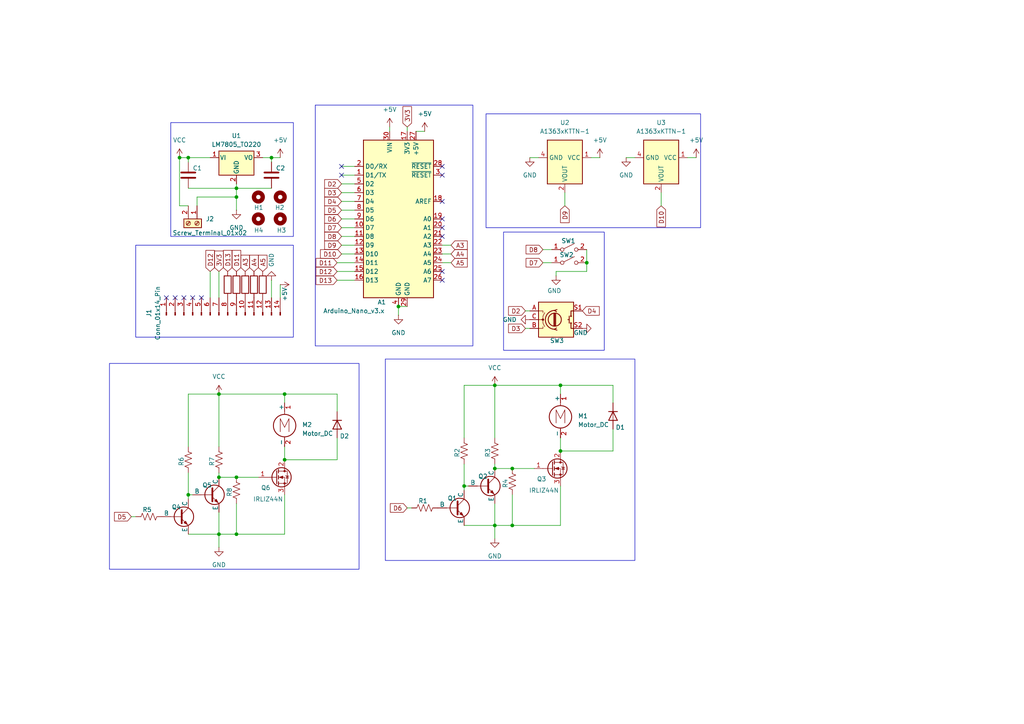
<source format=kicad_sch>
(kicad_sch (version 20231120) (generator "eeschema") (generator_version "8.0")
  (paper "A4")
  (lib_symbols
    (symbol "Connector:Conn_01x14_Pin" (pin_names (offset 1.016) hide)
      (property "Reference" "J" (at 0 17.78 0))
      (property "Value" "Conn_01x14_Pin" (at 0 -20.32 0))
      (symbol "Conn_01x14_Pin_1_1"
        (polyline (pts (xy 1.27 -17.78) (xy 0.8636 -17.78)) (stroke (width 0.1524)))
        (polyline (pts (xy 1.27 -15.24) (xy 0.8636 -15.24)) (stroke (width 0.1524)))
        (polyline (pts (xy 1.27 -12.7) (xy 0.8636 -12.7)) (stroke (width 0.1524)))
        (polyline (pts (xy 1.27 -10.16) (xy 0.8636 -10.16)) (stroke (width 0.1524)))
        (polyline (pts (xy 1.27 -7.62) (xy 0.8636 -7.62)) (stroke (width 0.1524)))
        (polyline (pts (xy 1.27 -5.08) (xy 0.8636 -5.08)) (stroke (width 0.1524)))
        (polyline (pts (xy 1.27 -2.54) (xy 0.8636 -2.54)) (stroke (width 0.1524)))
        (polyline (pts (xy 1.27 0) (xy 0.8636 0)) (stroke (width 0.1524)))
        (polyline (pts (xy 1.27 2.54) (xy 0.8636 2.54)) (stroke (width 0.1524)))
        (polyline (pts (xy 1.27 5.08) (xy 0.8636 5.08)) (stroke (width 0.1524)))
        (polyline (pts (xy 1.27 7.62) (xy 0.8636 7.62)) (stroke (width 0.1524)))
        (polyline (pts (xy 1.27 10.16) (xy 0.8636 10.16)) (stroke (width 0.1524)))
        (polyline (pts (xy 1.27 12.7) (xy 0.8636 12.7)) (stroke (width 0.1524)))
        (polyline (pts (xy 1.27 15.24) (xy 0.8636 15.24)) (stroke (width 0.1524)))
        (rectangle (start 0.8636 -17.653) (end 0 -17.907) (stroke (width 0.1524)) (fill (type outline)))
        (rectangle (start 0.8636 -15.113) (end 0 -15.367) (stroke (width 0.1524)) (fill (type outline)))
        (rectangle (start 0.8636 -12.573) (end 0 -12.827) (stroke (width 0.1524)) (fill (type outline)))
        (rectangle (start 0.8636 -10.033) (end 0 -10.287) (stroke (width 0.1524)) (fill (type outline)))
        (rectangle (start 0.8636 -7.493) (end 0 -7.747) (stroke (width 0.1524)) (fill (type outline)))
        (rectangle (start 0.8636 -4.953) (end 0 -5.207) (stroke (width 0.1524)) (fill (type outline)))
        (rectangle (start 0.8636 -2.413) (end 0 -2.667) (stroke (width 0.1524)) (fill (type outline)))
        (rectangle (start 0.8636 0.127) (end 0 -0.127) (stroke (width 0.1524)) (fill (type outline)))
        (rectangle (start 0.8636 2.667) (end 0 2.413) (stroke (width 0.1524)) (fill (type outline)))
        (rectangle (start 0.8636 5.207) (end 0 4.953) (stroke (width 0.1524)) (fill (type outline)))
        (rectangle (start 0.8636 7.747) (end 0 7.493) (stroke (width 0.1524)) (fill (type outline)))
        (rectangle (start 0.8636 10.287) (end 0 10.033) (stroke (width 0.1524)) (fill (type outline)))
        (rectangle (start 0.8636 12.827) (end 0 12.573) (stroke (width 0.1524)) (fill (type outline)))
        (rectangle (start 0.8636 15.367) (end 0 15.113) (stroke (width 0.1524)) (fill (type outline)))
        (pin passive line (at 5.08 15.24 180) (length 3.81) (name "Pin_1") (number "1"))
        (pin passive line (at 5.08 -7.62 180) (length 3.81) (name "Pin_10") (number "10"))
        (pin passive line (at 5.08 -10.16 180) (length 3.81) (name "Pin_11") (number "11"))
        (pin passive line (at 5.08 -12.7 180) (length 3.81) (name "Pin_12") (number "12"))
        (pin passive line (at 5.08 -15.24 180) (length 3.81) (name "Pin_13") (number "13"))
        (pin passive line (at 5.08 -17.78 180) (length 3.81) (name "Pin_14") (number "14"))
        (pin passive line (at 5.08 12.7 180) (length 3.81) (name "Pin_2") (number "2"))
        (pin passive line (at 5.08 10.16 180) (length 3.81) (name "Pin_3") (number "3"))
        (pin passive line (at 5.08 7.62 180) (length 3.81) (name "Pin_4") (number "4"))
        (pin passive line (at 5.08 5.08 180) (length 3.81) (name "Pin_5") (number "5"))
        (pin passive line (at 5.08 2.54 180) (length 3.81) (name "Pin_6") (number "6"))
        (pin passive line (at 5.08 0 180) (length 3.81) (name "Pin_7") (number "7"))
        (pin passive line (at 5.08 -2.54 180) (length 3.81) (name "Pin_8") (number "8"))
        (pin passive line (at 5.08 -5.08 180) (length 3.81) (name "Pin_9") (number "9"))
      )
    )
    (symbol "Connector:Screw_Terminal_01x02" (pin_names (offset 1.016) hide)
      (property "Reference" "J" (at 0 2.54 0))
      (property "Value" "Screw_Terminal_01x02" (at 0 -5.08 0))
      (symbol "Screw_Terminal_01x02_1_1"
        (rectangle (start -1.27 1.27) (end 1.27 -3.81) (stroke (width 0.254)) (fill (type background)))
        (circle (center 0 -2.54) (radius 0.635) (stroke (width 0.1524)))
        (polyline (pts (xy -0.5334 -2.2098) (xy 0.3302 -3.048)) (stroke (width 0.1524)))
        (polyline (pts (xy -0.5334 0.3302) (xy 0.3302 -0.508)) (stroke (width 0.1524)))
        (polyline (pts (xy -0.3556 -2.032) (xy 0.508 -2.8702)) (stroke (width 0.1524)))
        (polyline (pts (xy -0.3556 0.508) (xy 0.508 -0.3302)) (stroke (width 0.1524)))
        (circle (center 0 0) (radius 0.635) (stroke (width 0.1524)))
        (pin passive line (at -5.08 0 0) (length 3.81) (name "Pin_1") (number "1"))
        (pin passive line (at -5.08 -2.54 0) (length 3.81) (name "Pin_2") (number "2"))
      )
    )
    (symbol "Device:C" (pin_numbers hide) (pin_names (offset 0.254))
      (property "Reference" "C" (at 0.635 2.54 0))
      (property "Value" "C" (at 0.635 -2.54 0))
      (symbol "C_0_1"
        (polyline (pts (xy -2.032 -0.762) (xy 2.032 -0.762)) (stroke (width 0.508)))
        (polyline (pts (xy -2.032 0.762) (xy 2.032 0.762)) (stroke (width 0.508)))
      )
      (symbol "C_1_1"
        (pin passive line (at 0 3.81 270) (length 2.794) (name "~") (number "1"))
        (pin passive line (at 0 -3.81 90) (length 2.794) (name "~") (number "2"))
      )
    )
    (symbol "Device:D" (pin_numbers hide) (pin_names (offset 1.016) hide)
      (property "Reference" "D" (at 0 2.54 0))
      (property "Value" "D" (at 0 -2.54 0))
      (symbol "D_0_1"
        (polyline (pts (xy -1.27 1.27) (xy -1.27 -1.27)) (stroke (width 0.254)))
        (polyline (pts (xy 1.27 0) (xy -1.27 0)))
        (polyline (pts (xy 1.27 1.27) (xy 1.27 -1.27) (xy -1.27 0) (xy 1.27 1.27)) (stroke (width 0.254)))
      )
      (symbol "D_1_1"
        (pin passive line (at -3.81 0 0) (length 2.54) (name "K") (number "1"))
        (pin passive line (at 3.81 0 180) (length 2.54) (name "A") (number "2"))
      )
    )
    (symbol "Device:R" (pin_numbers hide) (pin_names (offset 0))
      (property "Reference" "R" (at 2.032 0 90))
      (property "Value" "R" (at 0 0 90))
      (symbol "R_0_1"
        (rectangle (start -1.016 -2.54) (end 1.016 2.54) (stroke (width 0.254)))
      )
      (symbol "R_1_1"
        (pin passive line (at 0 3.81 270) (length 1.27) (name "~") (number "1"))
        (pin passive line (at 0 -3.81 90) (length 1.27) (name "~") (number "2"))
      )
    )
    (symbol "Device:R_US" (pin_numbers hide) (pin_names (offset 0))
      (property "Reference" "R" (at 2.54 0 90))
      (property "Value" "R_US" (at -2.54 0 90))
      (symbol "R_US_0_1"
        (polyline (pts (xy 0 -2.286) (xy 0 -2.54)))
        (polyline (pts (xy 0 2.286) (xy 0 2.54)))
        (polyline (pts (xy 0 -0.762) (xy 1.016 -1.143) (xy 0 -1.524) (xy -1.016 -1.905) (xy 0 -2.286)))
        (polyline (pts (xy 0 0.762) (xy 1.016 0.381) (xy 0 0) (xy -1.016 -0.381) (xy 0 -0.762)))
        (polyline (pts (xy 0 2.286) (xy 1.016 1.905) (xy 0 1.524) (xy -1.016 1.143) (xy 0 0.762)))
      )
      (symbol "R_US_1_1"
        (pin passive line (at 0 3.81 270) (length 1.27) (name "~") (number "1"))
        (pin passive line (at 0 -3.81 90) (length 1.27) (name "~") (number "2"))
      )
    )
    (symbol "Device:RotaryEncoder_Switch" (pin_names (offset 0.254) hide)
      (property "Reference" "SW" (at 0 6.604 0))
      (property "Value" "RotaryEncoder_Switch" (at 0 -6.604 0))
      (symbol "RotaryEncoder_Switch_0_1"
        (rectangle (start -5.08 5.08) (end 5.08 -5.08) (stroke (width 0.254)) (fill (type background)))
        (circle (center -3.81 0) (radius 0.254) (fill (type outline)))
        (circle (center -0.381 0) (radius 1.905) (stroke (width 0.254)))
        (arc (start -0.381 2.667) (mid -3.0988 -0.0635) (end -0.381 -2.794) (stroke (width 0.254)))
        (polyline (pts (xy -0.635 -1.778) (xy -0.635 1.778)) (stroke (width 0.254)))
        (polyline (pts (xy -0.381 -1.778) (xy -0.381 1.778)) (stroke (width 0.254)))
        (polyline (pts (xy -0.127 1.778) (xy -0.127 -1.778)) (stroke (width 0.254)))
        (polyline (pts (xy 3.81 0) (xy 3.429 0)) (stroke (width 0.254)))
        (polyline (pts (xy 3.81 1.016) (xy 3.81 -1.016)) (stroke (width 0.254)))
        (polyline (pts (xy -5.08 -2.54) (xy -3.81 -2.54) (xy -3.81 -2.032)))
        (polyline (pts (xy -5.08 2.54) (xy -3.81 2.54) (xy -3.81 2.032)))
        (polyline (pts (xy 0.254 -3.048) (xy -0.508 -2.794) (xy 0.127 -2.413)) (stroke (width 0.254)))
        (polyline (pts (xy 0.254 2.921) (xy -0.508 2.667) (xy 0.127 2.286)) (stroke (width 0.254)))
        (polyline (pts (xy 5.08 -2.54) (xy 4.318 -2.54) (xy 4.318 -1.016)) (stroke (width 0.254)))
        (polyline (pts (xy 5.08 2.54) (xy 4.318 2.54) (xy 4.318 1.016)) (stroke (width 0.254)))
        (polyline (pts (xy -5.08 0) (xy -3.81 0) (xy -3.81 -1.016) (xy -3.302 -2.032)))
        (polyline (pts (xy -4.318 0) (xy -3.81 0) (xy -3.81 1.016) (xy -3.302 2.032)))
        (circle (center 4.318 -1.016) (radius 0.127) (stroke (width 0.254)))
        (circle (center 4.318 1.016) (radius 0.127) (stroke (width 0.254)))
      )
      (symbol "RotaryEncoder_Switch_1_1"
        (pin passive line (at -7.62 2.54 0) (length 2.54) (name "A") (number "A"))
        (pin passive line (at -7.62 -2.54 0) (length 2.54) (name "B") (number "B"))
        (pin passive line (at -7.62 0 0) (length 2.54) (name "C") (number "C"))
        (pin passive line (at 7.62 2.54 180) (length 2.54) (name "S1") (number "S1"))
        (pin passive line (at 7.62 -2.54 180) (length 2.54) (name "S2") (number "S2"))
      )
    )
    (symbol "MCU_Module:Arduino_Nano_v3.x"
      (property "Reference" "A" (at -10.16 23.495 0))
      (property "Value" "Arduino_Nano_v3.x" (at 5.08 -24.13 0))
      (symbol "Arduino_Nano_v3.x_0_1"
        (rectangle (start -10.16 22.86) (end 10.16 -22.86) (stroke (width 0.254)) (fill (type background)))
      )
      (symbol "Arduino_Nano_v3.x_1_1"
        (pin bidirectional line (at -12.7 12.7 0) (length 2.54) (name "D1/TX") (number "1"))
        (pin bidirectional line (at -12.7 -2.54 0) (length 2.54) (name "D7") (number "10"))
        (pin bidirectional line (at -12.7 -5.08 0) (length 2.54) (name "D8") (number "11"))
        (pin bidirectional line (at -12.7 -7.62 0) (length 2.54) (name "D9") (number "12"))
        (pin bidirectional line (at -12.7 -10.16 0) (length 2.54) (name "D10") (number "13"))
        (pin bidirectional line (at -12.7 -12.7 0) (length 2.54) (name "D11") (number "14"))
        (pin bidirectional line (at -12.7 -15.24 0) (length 2.54) (name "D12") (number "15"))
        (pin bidirectional line (at -12.7 -17.78 0) (length 2.54) (name "D13") (number "16"))
        (pin power_out line (at 2.54 25.4 270) (length 2.54) (name "3V3") (number "17"))
        (pin input line (at 12.7 5.08 180) (length 2.54) (name "AREF") (number "18"))
        (pin bidirectional line (at 12.7 0 180) (length 2.54) (name "A0") (number "19"))
        (pin bidirectional line (at -12.7 15.24 0) (length 2.54) (name "D0/RX") (number "2"))
        (pin bidirectional line (at 12.7 -2.54 180) (length 2.54) (name "A1") (number "20"))
        (pin bidirectional line (at 12.7 -5.08 180) (length 2.54) (name "A2") (number "21"))
        (pin bidirectional line (at 12.7 -7.62 180) (length 2.54) (name "A3") (number "22"))
        (pin bidirectional line (at 12.7 -10.16 180) (length 2.54) (name "A4") (number "23"))
        (pin bidirectional line (at 12.7 -12.7 180) (length 2.54) (name "A5") (number "24"))
        (pin bidirectional line (at 12.7 -15.24 180) (length 2.54) (name "A6") (number "25"))
        (pin bidirectional line (at 12.7 -17.78 180) (length 2.54) (name "A7") (number "26"))
        (pin power_out line (at 5.08 25.4 270) (length 2.54) (name "+5V") (number "27"))
        (pin input line (at 12.7 15.24 180) (length 2.54) (name "~{RESET}") (number "28"))
        (pin power_in line (at 2.54 -25.4 90) (length 2.54) (name "GND") (number "29"))
        (pin input line (at 12.7 12.7 180) (length 2.54) (name "~{RESET}") (number "3"))
        (pin power_in line (at -2.54 25.4 270) (length 2.54) (name "VIN") (number "30"))
        (pin power_in line (at 0 -25.4 90) (length 2.54) (name "GND") (number "4"))
        (pin bidirectional line (at -12.7 10.16 0) (length 2.54) (name "D2") (number "5"))
        (pin bidirectional line (at -12.7 7.62 0) (length 2.54) (name "D3") (number "6"))
        (pin bidirectional line (at -12.7 5.08 0) (length 2.54) (name "D4") (number "7"))
        (pin bidirectional line (at -12.7 2.54 0) (length 2.54) (name "D5") (number "8"))
        (pin bidirectional line (at -12.7 0 0) (length 2.54) (name "D6") (number "9"))
      )
    )
    (symbol "Mechanical:MountingHole" (pin_names (offset 1.016)) (exclude_from_sim yes) (in_bom no)
      (property "Reference" "H" (at 0 5.08 0))
      (property "Value" "MountingHole" (at 0 3.175 0))
      (symbol "MountingHole_0_1"
        (circle (center 0 0) (radius 1.27) (stroke (width 1.27)))
      )
    )
    (symbol "Motor:Motor_DC" (pin_names (offset 0))
      (property "Reference" "M" (at 2.54 2.54 0))
      (property "Value" "Motor_DC" (at 2.54 -5.08 0))
      (symbol "Motor_DC_0_0"
        (polyline (pts (xy -1.27 -3.302) (xy -1.27 0.508) (xy 0 -2.032) (xy 1.27 0.508) (xy 1.27 -3.302)))
      )
      (symbol "Motor_DC_0_1"
        (circle (center 0 -1.524) (radius 3.2512) (stroke (width 0.254)))
        (polyline (pts (xy 0 -7.62) (xy 0 -7.112)))
        (polyline (pts (xy 0 -4.7752) (xy 0 -5.1816)))
        (polyline (pts (xy 0 1.7272) (xy 0 2.0828)))
        (polyline (pts (xy 0 2.032) (xy 0 2.54)))
      )
      (symbol "Motor_DC_1_1"
        (pin passive line (at 0 5.08 270) (length 2.54) (name "+") (number "1"))
        (pin passive line (at 0 -7.62 90) (length 2.54) (name "-") (number "2"))
      )
    )
    (symbol "Regulator_Linear:LM7805_TO220" (pin_names (offset 0.254))
      (property "Reference" "U" (at -3.81 3.175 0))
      (property "Value" "LM7805_TO220" (at 0 3.175 0))
      (symbol "LM7805_TO220_0_1"
        (rectangle (start -5.08 1.905) (end 5.08 -5.08) (stroke (width 0.254)) (fill (type background)))
      )
      (symbol "LM7805_TO220_1_1"
        (pin power_in line (at -7.62 0 0) (length 2.54) (name "VI") (number "1"))
        (pin power_in line (at 0 -7.62 90) (length 2.54) (name "GND") (number "2"))
        (pin power_out line (at 7.62 0 180) (length 2.54) (name "VO") (number "3"))
      )
    )
    (symbol "Sensor_Current:A1363xKTTN-1"
      (property "Reference" "U" (at 8.89 6.35 0))
      (property "Value" "A1363xKTTN-1" (at 8.89 3.81 0))
      (symbol "A1363xKTTN-1_0_1"
        (rectangle (start -5.08 5.08) (end 7.62 -5.08) (stroke (width 0.254)) (fill (type background)))
      )
      (symbol "A1363xKTTN-1_1_1"
        (pin power_in line (at 0 7.62 270) (length 2.54) (name "VCC") (number "1"))
        (pin output line (at 10.16 0 180) (length 2.54) (name "VOUT") (number "2"))
        (pin no_connect line (at 7.62 -2.54 180) (length 2.54) hide (name "NC") (number "3"))
        (pin power_in line (at 0 -7.62 90) (length 2.54) (name "GND") (number "4"))
      )
    )
    (symbol "Simulation_SPICE:NPN" (pin_numbers hide) (pin_names (offset 0))
      (property "Reference" "Q" (at -2.54 7.62 0))
      (property "Value" "NPN" (at -2.54 5.08 0))
      (symbol "NPN_0_1"
        (polyline (pts (xy -2.54 0) (xy 0.635 0)) (stroke (width 0.1524)))
        (polyline (pts (xy 0.635 0.635) (xy 2.54 2.54)))
        (polyline (pts (xy 2.794 -1.27) (xy 2.794 -1.27)) (stroke (width 0.1524)))
        (polyline (pts (xy 2.794 -1.27) (xy 2.794 -1.27)) (stroke (width 0.1524)))
        (polyline (pts (xy 0.635 -0.635) (xy 2.54 -2.54) (xy 2.54 -2.54)))
        (polyline (pts (xy 0.635 1.905) (xy 0.635 -1.905) (xy 0.635 -1.905)) (stroke (width 0.508)))
        (polyline (pts (xy 1.27 -1.778) (xy 1.778 -1.27) (xy 2.286 -2.286) (xy 1.27 -1.778) (xy 1.27 -1.778)) (fill (type outline)))
        (circle (center 1.27 0) (radius 2.8194) (stroke (width 0.254)))
      )
      (symbol "NPN_1_1"
        (pin open_collector line (at 2.54 5.08 270) (length 2.54) (name "C") (number "1"))
        (pin input line (at -5.08 0 0) (length 2.54) (name "B") (number "2"))
        (pin open_emitter line (at 2.54 -5.08 90) (length 2.54) (name "E") (number "3"))
      )
    )
    (symbol "Switch:SW_SPST" (pin_names (offset 0) hide)
      (property "Reference" "SW" (at 0 3.175 0))
      (property "Value" "SW_SPST" (at 0 -2.54 0))
      (symbol "SW_SPST_0_0"
        (circle (center -2.032 0) (radius 0.508))
        (polyline (pts (xy -1.524 0.254) (xy 1.524 1.778)))
        (circle (center 2.032 0) (radius 0.508))
      )
      (symbol "SW_SPST_1_1"
        (pin passive line (at -5.08 0 0) (length 2.54) (name "A") (number "1"))
        (pin passive line (at 5.08 0 180) (length 2.54) (name "B") (number "2"))
      )
    )
    (symbol "Transistor_FET:IRLIZ44N" (pin_names hide)
      (property "Reference" "Q" (at 5.08 1.905 0))
      (property "Value" "IRLIZ44N" (at 5.08 0 0))
      (symbol "IRLIZ44N_0_1"
        (polyline (pts (xy 0.254 0) (xy -2.54 0)))
        (polyline (pts (xy 0.254 1.905) (xy 0.254 -1.905)) (stroke (width 0.254)))
        (polyline (pts (xy 0.762 -1.27) (xy 0.762 -2.286)) (stroke (width 0.254)))
        (polyline (pts (xy 0.762 0.508) (xy 0.762 -0.508)) (stroke (width 0.254)))
        (polyline (pts (xy 0.762 2.286) (xy 0.762 1.27)) (stroke (width 0.254)))
        (polyline (pts (xy 2.54 2.54) (xy 2.54 1.778)))
        (polyline (pts (xy 2.54 -2.54) (xy 2.54 0) (xy 0.762 0)))
        (polyline (pts (xy 0.762 -1.778) (xy 3.302 -1.778) (xy 3.302 1.778) (xy 0.762 1.778)))
        (polyline (pts (xy 1.016 0) (xy 2.032 0.381) (xy 2.032 -0.381) (xy 1.016 0)) (fill (type outline)))
        (polyline (pts (xy 2.794 0.508) (xy 2.921 0.381) (xy 3.683 0.381) (xy 3.81 0.254)))
        (polyline (pts (xy 3.302 0.381) (xy 2.921 -0.254) (xy 3.683 -0.254) (xy 3.302 0.381)))
        (circle (center 1.651 0) (radius 2.794) (stroke (width 0.254)))
        (circle (center 2.54 -1.778) (radius 0.254) (fill (type outline)))
        (circle (center 2.54 1.778) (radius 0.254) (fill (type outline)))
      )
      (symbol "IRLIZ44N_1_1"
        (pin input line (at -5.08 0 0) (length 2.54) (name "G") (number "1"))
        (pin passive line (at 2.54 5.08 270) (length 2.54) (name "D") (number "2"))
        (pin passive line (at 2.54 -5.08 90) (length 2.54) (name "S") (number "3"))
      )
    )
    (symbol "power:+5V" (power) (pin_numbers hide) (pin_names (offset 0) hide)
      (property "Value" "+5V" (at 0 3.556 0))
      (symbol "+5V_0_1"
        (polyline (pts (xy -0.762 1.27) (xy 0 2.54)))
        (polyline (pts (xy 0 0) (xy 0 2.54)))
        (polyline (pts (xy 0 2.54) (xy 0.762 1.27)))
      )
      (symbol "+5V_1_1"
        (pin power_in line (at 0 0 90) (length 0) (name "~") (number "1"))
      )
    )
    (symbol "power:GND" (power) (pin_numbers hide) (pin_names (offset 0) hide)
      (property "Value" "GND" (at 0 -3.81 0))
      (symbol "GND_0_1"
        (polyline (pts (xy 0 0) (xy 0 -1.27) (xy 1.27 -1.27) (xy 0 -2.54) (xy -1.27 -1.27) (xy 0 -1.27)))
      )
      (symbol "GND_1_1"
        (pin power_in line (at 0 0 270) (length 0) (name "~") (number "1"))
      )
    )
    (symbol "power:VCC" (power) (pin_numbers hide) (pin_names (offset 0) hide)
      (property "Value" "VCC" (at 0 3.556 0))
      (symbol "VCC_0_1"
        (polyline (pts (xy -0.762 1.27) (xy 0 2.54)))
        (polyline (pts (xy 0 0) (xy 0 2.54)))
        (polyline (pts (xy 0 2.54) (xy 0.762 1.27)))
      )
      (symbol "VCC_1_1"
        (pin power_in line (at 0 0 90) (length 0) (name "~") (number "1"))
      )
    )
  )
  (junction (at 78.74 45.72))
  (junction (at 82.55 133.35))
  (junction (at 148.59 135.89))
  (junction (at 143.51 135.89))
  (junction (at 63.5 114.3))
  (junction (at 63.5 154.94))
  (junction (at 115.57 88.9))
  (junction (at 170.18 76.2))
  (junction (at 82.55 114.3))
  (junction (at 143.51 111.76))
  (junction (at 54.61 45.72))
  (junction (at 134.62 140.97))
  (junction (at 52.07 45.72))
  (junction (at 68.58 57.15))
  (junction (at 68.58 154.94))
  (junction (at 68.58 54.61))
  (junction (at 143.51 152.4))
  (junction (at 162.56 111.76))
  (junction (at 63.5 138.43))
  (junction (at 68.58 138.43))
  (junction (at 162.56 130.81))
  (junction (at 148.59 152.4))
  (junction (at 54.61 143.51))
  (no_connect (at 128.27 63.5))
  (no_connect (at 55.88 86.36))
  (no_connect (at 128.27 78.74))
  (no_connect (at 128.27 68.58))
  (no_connect (at 48.26 86.36))
  (no_connect (at 128.27 50.8))
  (no_connect (at 99.06 48.26))
  (no_connect (at 50.8 86.36))
  (no_connect (at 128.27 81.28))
  (no_connect (at 53.34 86.36))
  (no_connect (at 128.27 48.26))
  (no_connect (at 99.06 50.8))
  (no_connect (at 128.27 66.04))
  (no_connect (at 58.42 86.36))
  (no_connect (at 128.27 58.42))
  (wire (pts (xy 99.06 58.42) (xy 102.87 58.42)))
  (wire (pts (xy 143.51 134.62) (xy 143.51 135.89)))
  (wire (pts (xy 128.27 73.66) (xy 130.81 73.66)))
  (wire (pts (xy 152.4 90.17) (xy 153.67 90.17)))
  (wire (pts (xy 199.39 45.72) (xy 201.93 45.72)))
  (wire (pts (xy 57.15 57.15) (xy 57.15 59.69)))
  (wire (pts (xy 68.58 54.61) (xy 78.74 54.61)))
  (wire (pts (xy 143.51 111.76) (xy 143.51 127)))
  (wire (pts (xy 143.51 135.89) (xy 148.59 135.89)))
  (wire (pts (xy 63.5 78.74) (xy 63.5 86.36)))
  (wire (pts (xy 63.5 154.94) (xy 63.5 158.75)))
  (wire (pts (xy 99.06 53.34) (xy 102.87 53.34)))
  (wire (pts (xy 82.55 133.35) (xy 97.79 133.35)))
  (wire (pts (xy 97.79 78.74) (xy 102.87 78.74)))
  (wire (pts (xy 99.06 63.5) (xy 102.87 63.5)))
  (wire (pts (xy 54.61 114.3) (xy 54.61 129.54)))
  (wire (pts (xy 78.74 45.72) (xy 78.74 46.99)))
  (wire (pts (xy 170.18 76.2) (xy 170.18 78.74)))
  (wire (pts (xy 170.18 72.39) (xy 170.18 76.2)))
  (wire (pts (xy 68.58 53.34) (xy 68.58 54.61)))
  (wire (pts (xy 54.61 54.61) (xy 68.58 54.61)))
  (wire (pts (xy 128.27 71.12) (xy 130.81 71.12)))
  (wire (pts (xy 115.57 88.9) (xy 118.11 88.9)))
  (wire (pts (xy 128.27 76.2) (xy 130.81 76.2)))
  (wire (pts (xy 55.88 143.51) (xy 54.61 143.51)))
  (wire (pts (xy 54.61 45.72) (xy 54.61 46.99)))
  (wire (pts (xy 57.15 57.15) (xy 68.58 57.15)))
  (wire (pts (xy 162.56 127) (xy 162.56 130.81)))
  (wire (pts (xy 157.48 76.2) (xy 160.02 76.2)))
  (wire (pts (xy 181.61 45.72) (xy 184.15 45.72)))
  (wire (pts (xy 134.62 152.4) (xy 143.51 152.4)))
  (wire (pts (xy 78.74 86.36) (xy 78.74 81.28)))
  (wire (pts (xy 63.5 114.3) (xy 82.55 114.3)))
  (wire (pts (xy 68.58 146.05) (xy 68.58 154.94)))
  (wire (pts (xy 54.61 154.94) (xy 63.5 154.94)))
  (wire (pts (xy 115.57 88.9) (xy 115.57 91.44)))
  (wire (pts (xy 97.79 114.3) (xy 97.79 119.38)))
  (wire (pts (xy 134.62 111.76) (xy 143.51 111.76)))
  (wire (pts (xy 54.61 45.72) (xy 60.96 45.72)))
  (wire (pts (xy 120.65 38.1) (xy 123.19 38.1)))
  (wire (pts (xy 162.56 152.4) (xy 148.59 152.4)))
  (wire (pts (xy 82.55 114.3) (xy 82.55 116.84)))
  (wire (pts (xy 143.51 152.4) (xy 143.51 156.21)))
  (wire (pts (xy 68.58 54.61) (xy 68.58 57.15)))
  (wire (pts (xy 63.5 137.16) (xy 63.5 138.43)))
  (wire (pts (xy 163.83 55.88) (xy 163.83 59.69)))
  (wire (pts (xy 82.55 114.3) (xy 97.79 114.3)))
  (wire (pts (xy 191.77 55.88) (xy 191.77 59.69)))
  (wire (pts (xy 177.8 111.76) (xy 177.8 116.84)))
  (wire (pts (xy 54.61 114.3) (xy 63.5 114.3)))
  (wire (pts (xy 161.29 78.74) (xy 161.29 80.01)))
  (wire (pts (xy 52.07 59.69) (xy 54.61 59.69)))
  (wire (pts (xy 99.06 55.88) (xy 102.87 55.88)))
  (wire (pts (xy 162.56 140.97) (xy 162.56 152.4)))
  (wire (pts (xy 76.2 45.72) (xy 78.74 45.72)))
  (wire (pts (xy 99.06 71.12) (xy 102.87 71.12)))
  (wire (pts (xy 97.79 76.2) (xy 102.87 76.2)))
  (wire (pts (xy 143.51 111.76) (xy 162.56 111.76)))
  (wire (pts (xy 54.61 137.16) (xy 54.61 143.51)))
  (wire (pts (xy 68.58 138.43) (xy 74.93 138.43)))
  (wire (pts (xy 54.61 143.51) (xy 54.61 144.78)))
  (wire (pts (xy 63.5 154.94) (xy 68.58 154.94)))
  (wire (pts (xy 63.5 138.43) (xy 68.58 138.43)))
  (wire (pts (xy 143.51 146.05) (xy 143.51 152.4)))
  (wire (pts (xy 81.28 86.36) (xy 81.28 82.55)))
  (wire (pts (xy 60.96 78.74) (xy 60.96 86.36)))
  (wire (pts (xy 118.11 36.83) (xy 118.11 38.1)))
  (wire (pts (xy 63.5 114.3) (xy 63.5 129.54)))
  (wire (pts (xy 99.06 48.26) (xy 102.87 48.26)))
  (wire (pts (xy 148.59 135.89) (xy 154.94 135.89)))
  (wire (pts (xy 153.67 45.72) (xy 156.21 45.72)))
  (wire (pts (xy 78.74 45.72) (xy 81.28 45.72)))
  (wire (pts (xy 177.8 130.81) (xy 177.8 124.46)))
  (wire (pts (xy 113.03 36.83) (xy 113.03 38.1)))
  (wire (pts (xy 68.58 57.15) (xy 68.58 60.96)))
  (wire (pts (xy 97.79 133.35) (xy 97.79 127)))
  (wire (pts (xy 52.07 45.72) (xy 54.61 45.72)))
  (wire (pts (xy 99.06 73.66) (xy 102.87 73.66)))
  (wire (pts (xy 162.56 130.81) (xy 177.8 130.81)))
  (wire (pts (xy 157.48 72.39) (xy 160.02 72.39)))
  (wire (pts (xy 118.11 147.32) (xy 119.38 147.32)))
  (wire (pts (xy 152.4 95.25) (xy 153.67 95.25)))
  (wire (pts (xy 171.45 45.72) (xy 173.99 45.72)))
  (wire (pts (xy 82.55 129.54) (xy 82.55 133.35)))
  (wire (pts (xy 170.18 78.74) (xy 161.29 78.74)))
  (wire (pts (xy 97.79 81.28) (xy 102.87 81.28)))
  (wire (pts (xy 99.06 60.96) (xy 102.87 60.96)))
  (wire (pts (xy 38.1 149.86) (xy 39.37 149.86)))
  (wire (pts (xy 99.06 50.8) (xy 102.87 50.8)))
  (wire (pts (xy 99.06 66.04) (xy 102.87 66.04)))
  (wire (pts (xy 162.56 111.76) (xy 162.56 114.3)))
  (wire (pts (xy 82.55 154.94) (xy 68.58 154.94)))
  (wire (pts (xy 134.62 111.76) (xy 134.62 127)))
  (wire (pts (xy 82.55 143.51) (xy 82.55 154.94)))
  (wire (pts (xy 148.59 143.51) (xy 148.59 152.4)))
  (wire (pts (xy 63.5 148.59) (xy 63.5 154.94)))
  (wire (pts (xy 143.51 152.4) (xy 148.59 152.4)))
  (wire (pts (xy 52.07 45.72) (xy 52.07 59.69)))
  (wire (pts (xy 134.62 134.62) (xy 134.62 140.97)))
  (wire (pts (xy 162.56 111.76) (xy 177.8 111.76)))
  (wire (pts (xy 99.06 68.58) (xy 102.87 68.58)))
  (wire (pts (xy 135.89 140.97) (xy 134.62 140.97)))
  (wire (pts (xy 134.62 140.97) (xy 134.62 142.24)))
  (rectangle (start 91.44 71.12) (end 91.44 71.12))
  (rectangle (start 146.05 67.31) (end 175.26 101.6))
  (rectangle (start 140.97 33.02) (end 203.2 66.04))
  (rectangle (start 111.76 104.14) (end 184.15 162.56))
  (rectangle (start 49.53 35.56) (end 85.09 68.58))
  (rectangle (start 31.75 105.41) (end 104.14 165.1))
  (rectangle (start 39.37 71.12) (end 85.09 97.79))
  (rectangle (start 91.44 30.48) (end 137.16 100.33))
  (global_label "A3" (shape input) (at 71.12 78.74 90) (property "Intersheetrefs" "${INTERSHEET_REFS}" (effects (hide yes))))
  (global_label "D5" (shape input) (at 99.06 60.96 180) (property "Intersheetrefs" "${INTERSHEET_REFS}" (effects (hide yes))))
  (global_label "D12" (shape input) (at 97.79 78.74 180) (property "Intersheetrefs" "${INTERSHEET_REFS}" (effects (hide yes))))
  (global_label "D13" (shape input) (at 66.04 78.74 90) (property "Intersheetrefs" "${INTERSHEET_REFS}" (effects (hide yes))))
  (global_label "D5" (shape input) (at 38.1 149.86 180) (property "Intersheetrefs" "${INTERSHEET_REFS}" (effects (hide yes))))
  (global_label "D11" (shape input) (at 68.58 78.74 90) (property "Intersheetrefs" "${INTERSHEET_REFS}" (effects (hide yes))))
  (global_label "D7" (shape input) (at 99.06 66.04 180) (property "Intersheetrefs" "${INTERSHEET_REFS}" (effects (hide yes))))
  (global_label "D11" (shape input) (at 97.79 76.2 180) (property "Intersheetrefs" "${INTERSHEET_REFS}" (effects (hide yes))))
  (global_label "A3" (shape input) (at 130.81 71.12 0) (property "Intersheetrefs" "${INTERSHEET_REFS}" (effects (hide yes))))
  (global_label "D2" (shape input) (at 99.06 53.34 180) (property "Intersheetrefs" "${INTERSHEET_REFS}" (effects (hide yes))))
  (global_label "D6" (shape input) (at 118.11 147.32 180) (property "Intersheetrefs" "${INTERSHEET_REFS}" (effects (hide yes))))
  (global_label "A4" (shape input) (at 130.81 73.66 0) (property "Intersheetrefs" "${INTERSHEET_REFS}" (effects (hide yes))))
  (global_label "D9" (shape input) (at 99.06 71.12 180) (property "Intersheetrefs" "${INTERSHEET_REFS}" (effects (hide yes))))
  (global_label "D4" (shape input) (at 99.06 58.42 180) (property "Intersheetrefs" "${INTERSHEET_REFS}" (effects (hide yes))))
  (global_label "D2" (shape input) (at 152.4 90.17 180) (property "Intersheetrefs" "${INTERSHEET_REFS}" (effects (hide yes))))
  (global_label "D8" (shape input) (at 99.06 68.58 180) (property "Intersheetrefs" "${INTERSHEET_REFS}" (effects (hide yes))))
  (global_label "A5" (shape input) (at 76.2 78.74 90) (property "Intersheetrefs" "${INTERSHEET_REFS}" (effects (hide yes))))
  (global_label "D6" (shape input) (at 99.06 63.5 180) (property "Intersheetrefs" "${INTERSHEET_REFS}" (effects (hide yes))))
  (global_label "A5" (shape input) (at 130.81 76.2 0) (property "Intersheetrefs" "${INTERSHEET_REFS}" (effects (hide yes))))
  (global_label "A4" (shape input) (at 73.66 78.74 90) (property "Intersheetrefs" "${INTERSHEET_REFS}" (effects (hide yes))))
  (global_label "D13" (shape input) (at 97.79 81.28 180) (property "Intersheetrefs" "${INTERSHEET_REFS}" (effects (hide yes))))
  (global_label "D10" (shape input) (at 99.06 73.66 180) (property "Intersheetrefs" "${INTERSHEET_REFS}" (effects (hide yes))))
  (global_label "3V3" (shape input) (at 118.11 36.83 90) (property "Intersheetrefs" "${INTERSHEET_REFS}" (effects (hide yes))))
  (global_label "D9" (shape input) (at 163.83 59.69 270) (property "Intersheetrefs" "${INTERSHEET_REFS}" (effects (hide yes))))
  (global_label "D7" (shape input) (at 157.48 76.2 180) (property "Intersheetrefs" "${INTERSHEET_REFS}" (effects (hide yes))))
  (global_label "D10" (shape input) (at 191.77 59.69 270) (property "Intersheetrefs" "${INTERSHEET_REFS}" (effects (hide yes))))
  (global_label "D3" (shape input) (at 99.06 55.88 180) (property "Intersheetrefs" "${INTERSHEET_REFS}" (effects (hide yes))))
  (global_label "D3" (shape input) (at 152.4 95.25 180) (property "Intersheetrefs" "${INTERSHEET_REFS}" (effects (hide yes))))
  (global_label "3V3" (shape input) (at 63.5 78.74 90) (property "Intersheetrefs" "${INTERSHEET_REFS}" (effects (hide yes))))
  (global_label "D8" (shape input) (at 157.48 72.39 180) (property "Intersheetrefs" "${INTERSHEET_REFS}" (effects (hide yes))))
  (global_label "D12" (shape input) (at 60.96 78.74 90) (property "Intersheetrefs" "${INTERSHEET_REFS}" (effects (hide yes))))
  (global_label "D4" (shape input) (at 168.91 90.17 0) (property "Intersheetrefs" "${INTERSHEET_REFS}" (effects (hide yes))))
  (symbol (lib_id "Motor:Motor_DC") (at 82.55 121.92 0) (unit 1)
    (property "Reference" "M2" (at 87.63 123.1899 0) (effects (justify left)))
    (property "Value" "Motor_DC" (at 87.63 125.7299 0) (effects (justify left)))
    (property "Footprint" "Connector_PinHeader_2.54mm:PinHeader_1x02_P2.54mm_Vertical" (effects (hide yes)))
    (property "Description" "DC Motor" (effects (hide yes)))
  )
  (symbol (lib_id "Simulation_SPICE:NPN") (at 60.96 143.51 0) (unit 1)
    (property "Reference" "Q5" (at 58.674 140.716 0) (effects (justify left)))
    (property "Value" "NPN" (effects (hide yes)))
    (property "Footprint" "Package_TO_SOT_THT:TO-92" (effects (hide yes)))
    (property "Datasheet" "https://ngspice.sourceforge.io/docs/ngspice-html-manual/manual.xhtml#cha_BJTs" (effects (hide yes)))
    (property "Description" "Bipolar transistor symbol for simulation only, substrate tied to the emitter" (effects (hide yes)))
    (property "Sim.Device" "NPN" (effects (hide yes)))
    (property "Sim.Type" "GUMMELPOON" (effects (hide yes)))
    (property "Sim.Pins" "1=C 2=B 3=E" (effects (hide yes)))
  )
  (symbol (lib_id "Device:R") (at 76.2 82.55 0) (unit 1)
    (property "Reference" "R9" (effects (hide yes)))
    (property "Value" "R" (effects (hide yes)))
    (property "Footprint" "Resistor_THT:R_Axial_DIN0207_L6.3mm_D2.5mm_P7.62mm_Horizontal" (effects (hide yes)))
    (property "Description" "Resistor" (effects (hide yes)))
  )
  (symbol (lib_id "Device:R_US") (at 123.19 147.32 90) (unit 1)
    (property "Reference" "R1" (at 122.682 145.288 90))
    (property "Value" "R_US" (effects (hide yes)))
    (property "Footprint" "Resistor_THT:R_Axial_DIN0207_L6.3mm_D2.5mm_P7.62mm_Horizontal" (effects (hide yes)))
    (property "Description" "Resistor, US symbol" (effects (hide yes)))
  )
  (symbol (lib_id "Device:C") (at 54.61 50.8 0) (unit 1)
    (property "Reference" "C1" (at 55.88 48.768 0) (effects (justify left)))
    (property "Value" "C" (effects (hide yes)))
    (property "Footprint" "Capacitor_THT:CP_Radial_D5.0mm_P2.00mm" (effects (hide yes)))
    (property "Description" "Unpolarized capacitor" (effects (hide yes)))
  )
  (symbol (lib_id "power:+5V") (at 201.93 45.72 0) (unit 1)
    (property "Reference" "#PWR012" (effects (hide yes)))
    (property "Value" "+5V" (at 201.93 40.64 0))
    (property "Description" "Power symbol creates a global label with name \"+5V\"" (effects (hide yes)))
  )
  (symbol (lib_id "Device:R_US") (at 68.58 142.24 180) (unit 1)
    (property "Reference" "R8" (at 66.548 142.748 90))
    (property "Value" "R_US" (effects (hide yes)))
    (property "Footprint" "Resistor_THT:R_Axial_DIN0207_L6.3mm_D2.5mm_P7.62mm_Horizontal" (effects (hide yes)))
    (property "Description" "Resistor, US symbol" (effects (hide yes)))
  )
  (symbol (lib_id "Device:R") (at 66.04 82.55 0) (unit 1)
    (property "Reference" "R13" (effects (hide yes)))
    (property "Value" "R" (effects (hide yes)))
    (property "Footprint" "Resistor_THT:R_Axial_DIN0207_L6.3mm_D2.5mm_P7.62mm_Horizontal" (effects (hide yes)))
    (property "Description" "Resistor" (effects (hide yes)))
  )
  (symbol (lib_id "Sensor_Current:A1363xKTTN-1") (at 191.77 45.72 270) (unit 1)
    (property "Reference" "U3" (at 191.77 35.56 90))
    (property "Value" "A1363xKTTN-1" (at 191.77 38.1 90))
    (property "Footprint" "Sensor_Current:Allegro_SIP-4" (effects (hide yes)))
    (property "Datasheet" "http://www.allegromicro.com/~/media/Files/Datasheets/A1363-Datasheet.ashx?la=en" (effects (hide yes)))
    (property "Description" "Programmable Linear Hall Effect Sensor, +0.6 to +1.3mV/G, SIP-4" (effects (hide yes)))
  )
  (symbol (lib_id "Device:R_US") (at 43.18 149.86 90) (unit 1)
    (property "Reference" "R5" (at 42.672 147.828 90))
    (property "Value" "R_US" (effects (hide yes)))
    (property "Footprint" "Resistor_THT:R_Axial_DIN0207_L6.3mm_D2.5mm_P7.62mm_Horizontal" (effects (hide yes)))
    (property "Description" "Resistor, US symbol" (effects (hide yes)))
  )
  (symbol (lib_id "Device:R") (at 73.66 82.55 0) (unit 1)
    (property "Reference" "R10" (effects (hide yes)))
    (property "Value" "R" (effects (hide yes)))
    (property "Footprint" "Resistor_THT:R_Axial_DIN0207_L6.3mm_D2.5mm_P7.62mm_Horizontal" (effects (hide yes)))
    (property "Description" "Resistor" (effects (hide yes)))
  )
  (symbol (lib_id "Connector:Screw_Terminal_01x02") (at 57.15 64.77 270) (unit 1)
    (property "Reference" "J2" (at 59.69 63.4999 90) (effects (justify left)))
    (property "Value" "Screw_Terminal_01x02" (at 50.038 67.564 90) (effects (justify left)))
    (property "Footprint" "Connector_BarrelJack:BarrelJack_Horizontal" (effects (hide yes)))
    (property "Description" "Generic screw terminal, single row, 01x02, script generated (kicad-library-utils/schlib/autogen/connector/)" (effects (hide yes)))
  )
  (symbol (lib_id "power:GND") (at 78.74 81.28 180) (unit 1)
    (property "Reference" "#PWR015" (effects (hide yes)))
    (property "Value" "GND" (at 78.7399 77.47 90) (effects (justify right)))
    (property "Description" "Power symbol creates a global label with name \"GND\" , ground" (effects (hide yes)))
  )
  (symbol (lib_id "Transistor_FET:IRLIZ44N") (at 160.02 135.89 0) (unit 1)
    (property "Reference" "Q3" (at 155.702 138.938 0) (effects (justify left)))
    (property "Value" "IRLIZ44N" (at 153.416 142.24 0) (effects (justify left)))
    (property "Footprint" "Package_TO_SOT_THT:TO-220F-3_Vertical" (effects (hide yes)))
    (property "Datasheet" "http://www.irf.com/product-info/datasheets/data/irliz44n.pdf" (effects (hide yes)))
    (property "Description" "30A Id, 55V Vds, 22mOhm Rds, N-Channel HEXFET Power MOSFET, TO-220AB" (effects (hide yes)))
  )
  (symbol (lib_id "Connector:Conn_01x14_Pin") (at 63.5 91.44 90) (unit 1)
    (property "Reference" "J1" (at 43.18 90.805 0))
    (property "Value" "Conn_01x14_Pin" (at 45.72 90.805 0))
    (property "Footprint" "Connector_PinSocket_2.54mm:PinSocket_1x14_P2.54mm_Vertical" (effects (hide yes)))
    (property "Description" "Generic connector, single row, 01x14, script generated" (effects (hide yes)))
  )
  (symbol (lib_id "Sensor_Current:A1363xKTTN-1") (at 163.83 45.72 270) (unit 1)
    (property "Reference" "U2" (at 163.83 35.56 90))
    (property "Value" "A1363xKTTN-1" (at 163.83 38.1 90))
    (property "Footprint" "Sensor_Current:Allegro_SIP-4" (effects (hide yes)))
    (property "Datasheet" "http://www.allegromicro.com/~/media/Files/Datasheets/A1363-Datasheet.ashx?la=en" (effects (hide yes)))
    (property "Description" "Programmable Linear Hall Effect Sensor, +0.6 to +1.3mV/G, SIP-4" (effects (hide yes)))
  )
  (symbol (lib_id "power:GND") (at 153.67 45.72 0) (unit 1)
    (property "Reference" "#PWR014" (effects (hide yes)))
    (property "Value" "GND" (at 153.67 50.8 0))
    (property "Description" "Power symbol creates a global label with name \"GND\" , ground" (effects (hide yes)))
  )
  (symbol (lib_id "Device:R_US") (at 54.61 133.35 180) (unit 1)
    (property "Reference" "R6" (at 52.578 133.858 90))
    (property "Value" "R_US" (effects (hide yes)))
    (property "Footprint" "Resistor_THT:R_Axial_DIN0207_L6.3mm_D2.5mm_P7.62mm_Horizontal" (effects (hide yes)))
    (property "Description" "Resistor, US symbol" (effects (hide yes)))
  )
  (symbol (lib_id "Device:R_US") (at 134.62 130.81 180) (unit 1)
    (property "Reference" "R2" (at 132.588 131.318 90))
    (property "Value" "R_US" (effects (hide yes)))
    (property "Footprint" "Resistor_THT:R_Axial_DIN0207_L6.3mm_D2.5mm_P7.62mm_Horizontal" (effects (hide yes)))
    (property "Description" "Resistor, US symbol" (effects (hide yes)))
  )
  (symbol (lib_id "Simulation_SPICE:NPN") (at 132.08 147.32 0) (unit 1)
    (property "Reference" "Q1" (at 129.794 144.526 0) (effects (justify left)))
    (property "Value" "NPN" (effects (hide yes)))
    (property "Footprint" "Package_TO_SOT_THT:TO-92" (effects (hide yes)))
    (property "Datasheet" "https://ngspice.sourceforge.io/docs/ngspice-html-manual/manual.xhtml#cha_BJTs" (effects (hide yes)))
    (property "Description" "Bipolar transistor symbol for simulation only, substrate tied to the emitter" (effects (hide yes)))
    (property "Sim.Device" "NPN" (effects (hide yes)))
    (property "Sim.Type" "GUMMELPOON" (effects (hide yes)))
    (property "Sim.Pins" "1=C 2=B 3=E" (effects (hide yes)))
  )
  (symbol (lib_id "Device:D") (at 97.79 123.19 270) (unit 1)
    (property "Reference" "D2" (at 98.552 126.492 90) (effects (justify left)))
    (property "Value" "D" (effects (hide yes)))
    (property "Footprint" "Diode_THT:D_DO-41_SOD81_P12.70mm_Horizontal" (effects (hide yes)))
    (property "Description" "Diode" (effects (hide yes)))
    (property "Sim.Device" "D" (effects (hide yes)))
    (property "Sim.Pins" "1=K 2=A" (effects (hide yes)))
  )
  (symbol (lib_id "Simulation_SPICE:NPN") (at 52.07 149.86 0) (unit 1)
    (property "Reference" "Q4" (at 49.784 147.066 0) (effects (justify left)))
    (property "Value" "NPN" (effects (hide yes)))
    (property "Footprint" "Package_TO_SOT_THT:TO-92" (effects (hide yes)))
    (property "Datasheet" "https://ngspice.sourceforge.io/docs/ngspice-html-manual/manual.xhtml#cha_BJTs" (effects (hide yes)))
    (property "Description" "Bipolar transistor symbol for simulation only, substrate tied to the emitter" (effects (hide yes)))
    (property "Sim.Device" "NPN" (effects (hide yes)))
    (property "Sim.Type" "GUMMELPOON" (effects (hide yes)))
    (property "Sim.Pins" "1=C 2=B 3=E" (effects (hide yes)))
  )
  (symbol (lib_id "power:GND") (at 153.67 92.71 270) (unit 1)
    (property "Reference" "#PWR018" (effects (hide yes)))
    (property "Value" "GND" (at 149.86 92.7099 90) (effects (justify right)))
    (property "Description" "Power symbol creates a global label with name \"GND\" , ground" (effects (hide yes)))
  )
  (symbol (lib_id "power:GND") (at 115.57 91.44 0) (unit 1)
    (property "Reference" "#PWR07" (effects (hide yes)))
    (property "Value" "GND" (at 115.57 96.52 0))
    (property "Description" "Power symbol creates a global label with name \"GND\" , ground" (effects (hide yes)))
  )
  (symbol (lib_id "Transistor_FET:IRLIZ44N") (at 80.01 138.43 0) (unit 1)
    (property "Reference" "Q6" (at 75.692 141.478 0) (effects (justify left)))
    (property "Value" "IRLIZ44N" (at 73.406 144.78 0) (effects (justify left)))
    (property "Footprint" "Package_TO_SOT_THT:TO-220F-3_Vertical" (effects (hide yes)))
    (property "Datasheet" "http://www.irf.com/product-info/datasheets/data/irliz44n.pdf" (effects (hide yes)))
    (property "Description" "30A Id, 55V Vds, 22mOhm Rds, N-Channel HEXFET Power MOSFET, TO-220AB" (effects (hide yes)))
  )
  (symbol (lib_id "Device:D") (at 177.8 120.65 270) (unit 1)
    (property "Reference" "D1" (at 178.562 123.952 90) (effects (justify left)))
    (property "Value" "D" (effects (hide yes)))
    (property "Footprint" "Diode_THT:D_DO-41_SOD81_P12.70mm_Horizontal" (effects (hide yes)))
    (property "Description" "Diode" (effects (hide yes)))
    (property "Sim.Device" "D" (effects (hide yes)))
    (property "Sim.Pins" "1=K 2=A" (effects (hide yes)))
  )
  (symbol (lib_id "Regulator_Linear:LM7805_TO220") (at 68.58 45.72 0) (unit 1)
    (property "Reference" "U1" (at 68.58 39.37 0))
    (property "Value" "LM7805_TO220" (at 68.58 41.91 0))
    (property "Footprint" "Package_TO_SOT_THT:TO-220-3_Vertical" (effects (hide yes)))
    (property "Datasheet" "https://www.onsemi.cn/PowerSolutions/document/MC7800-D.PDF" (effects (hide yes)))
    (property "Description" "Positive 1A 35V Linear Regulator, Fixed Output 5V, TO-220" (effects (hide yes)))
  )
  (symbol (lib_id "Simulation_SPICE:NPN") (at 140.97 140.97 0) (unit 1)
    (property "Reference" "Q2" (at 138.684 138.176 0) (effects (justify left)))
    (property "Value" "NPN" (effects (hide yes)))
    (property "Footprint" "Package_TO_SOT_THT:TO-92" (effects (hide yes)))
    (property "Datasheet" "https://ngspice.sourceforge.io/docs/ngspice-html-manual/manual.xhtml#cha_BJTs" (effects (hide yes)))
    (property "Description" "Bipolar transistor symbol for simulation only, substrate tied to the emitter" (effects (hide yes)))
    (property "Sim.Device" "NPN" (effects (hide yes)))
    (property "Sim.Type" "GUMMELPOON" (effects (hide yes)))
    (property "Sim.Pins" "1=C 2=B 3=E" (effects (hide yes)))
  )
  (symbol (lib_id "power:GND") (at 168.91 95.25 90) (unit 1)
    (property "Reference" "#PWR019" (effects (hide yes)))
    (property "Value" "GND" (at 166.37 96.52 90) (effects (justify right)))
    (property "Description" "Power symbol creates a global label with name \"GND\" , ground" (effects (hide yes)))
  )
  (symbol (lib_id "power:GND") (at 181.61 45.72 0) (unit 1)
    (property "Reference" "#PWR011" (effects (hide yes)))
    (property "Value" "GND" (at 181.61 50.8 0))
    (property "Description" "Power symbol creates a global label with name \"GND\" , ground" (effects (hide yes)))
  )
  (symbol (lib_id "power:GND") (at 63.5 158.75 0) (unit 1)
    (property "Reference" "#PWR010" (effects (hide yes)))
    (property "Value" "GND" (at 63.5 163.83 0))
    (property "Description" "Power symbol creates a global label with name \"GND\" , ground" (effects (hide yes)))
  )
  (symbol (lib_id "Device:R_US") (at 63.5 133.35 180) (unit 1)
    (property "Reference" "R7" (at 61.468 133.858 90))
    (property "Value" "R_US" (effects (hide yes)))
    (property "Footprint" "Resistor_THT:R_Axial_DIN0207_L6.3mm_D2.5mm_P7.62mm_Horizontal" (effects (hide yes)))
    (property "Description" "Resistor, US symbol" (effects (hide yes)))
  )
  (symbol (lib_id "Mechanical:MountingHole") (at 81.28 63.5 0) (unit 1) (exclude_from_sim yes) (in_bom no)
    (property "Reference" "H3" (at 80.264 66.802 0) (effects (justify left)))
    (property "Value" "MountingHole" (effects (hide yes)))
    (property "Footprint" "MountingHole:MountingHole_4mm" (effects (hide yes)))
    (property "Description" "Mounting Hole without connection" (effects (hide yes)))
  )
  (symbol (lib_id "Mechanical:MountingHole") (at 74.93 63.5 0) (unit 1) (exclude_from_sim yes) (in_bom no)
    (property "Reference" "H4" (at 73.66 66.802 0) (effects (justify left)))
    (property "Value" "MountingHole" (effects (hide yes)))
    (property "Footprint" "MountingHole:MountingHole_4mm" (effects (hide yes)))
    (property "Description" "Mounting Hole without connection" (effects (hide yes)))
  )
  (symbol (lib_id "power:+5V") (at 173.99 45.72 0) (unit 1)
    (property "Reference" "#PWR013" (effects (hide yes)))
    (property "Value" "+5V" (at 173.99 40.64 0))
    (property "Description" "Power symbol creates a global label with name \"+5V\"" (effects (hide yes)))
  )
  (symbol (lib_id "Device:R") (at 68.58 82.55 0) (unit 1)
    (property "Reference" "R12" (effects (hide yes)))
    (property "Value" "R" (effects (hide yes)))
    (property "Footprint" "Resistor_THT:R_Axial_DIN0207_L6.3mm_D2.5mm_P7.62mm_Horizontal" (effects (hide yes)))
    (property "Description" "Resistor" (effects (hide yes)))
  )
  (symbol (lib_id "Mechanical:MountingHole") (at 81.28 57.15 0) (unit 1) (exclude_from_sim yes) (in_bom no)
    (property "Reference" "H2" (at 79.756 60.198 0) (effects (justify left)))
    (property "Value" "MountingHole" (effects (hide yes)))
    (property "Footprint" "MountingHole:MountingHole_4mm" (effects (hide yes)))
    (property "Description" "Mounting Hole without connection" (effects (hide yes)))
  )
  (symbol (lib_id "Mechanical:MountingHole") (at 74.93 57.15 0) (unit 1) (exclude_from_sim yes) (in_bom no)
    (property "Reference" "H1" (at 73.66 60.198 0) (effects (justify left)))
    (property "Value" "MountingHole" (effects (hide yes)))
    (property "Footprint" "MountingHole:MountingHole_4mm" (effects (hide yes)))
    (property "Description" "Mounting Hole without connection" (effects (hide yes)))
  )
  (symbol (lib_id "Switch:SW_SPST") (at 165.1 76.2 0) (unit 1)
    (property "Reference" "SW2" (at 164.338 73.914 0))
    (property "Value" "SW_SPST" (effects (hide yes)))
    (property "Footprint" "Button_Switch_THT:SW_PUSH_6mm_H7.3mm" (effects (hide yes)))
    (property "Description" "Single Pole Single Throw (SPST) switch" (effects (hide yes)))
  )
  (symbol (lib_id "power:VCC") (at 52.07 45.72 0) (unit 1)
    (property "Reference" "#PWR03" (effects (hide yes)))
    (property "Value" "VCC" (at 52.07 40.64 0))
    (property "Description" "Power symbol creates a global label with name \"VCC\"" (effects (hide yes)))
  )
  (symbol (lib_id "Device:R_US") (at 148.59 139.7 180) (unit 1)
    (property "Reference" "R4" (at 146.558 140.208 90))
    (property "Value" "R_US" (effects (hide yes)))
    (property "Footprint" "Resistor_THT:R_Axial_DIN0207_L6.3mm_D2.5mm_P7.62mm_Horizontal" (effects (hide yes)))
    (property "Description" "Resistor, US symbol" (effects (hide yes)))
  )
  (symbol (lib_id "power:GND") (at 143.51 156.21 0) (unit 1)
    (property "Reference" "#PWR02" (effects (hide yes)))
    (property "Value" "GND" (at 143.51 161.29 0))
    (property "Description" "Power symbol creates a global label with name \"GND\" , ground" (effects (hide yes)))
  )
  (symbol (lib_id "power:VCC") (at 143.51 111.76 0) (unit 1)
    (property "Reference" "#PWR08" (effects (hide yes)))
    (property "Value" "VCC" (at 143.51 106.68 0))
    (property "Description" "Power symbol creates a global label with name \"VCC\"" (effects (hide yes)))
  )
  (symbol (lib_id "power:GND") (at 68.58 60.96 0) (unit 1)
    (property "Reference" "#PWR05" (effects (hide yes)))
    (property "Value" "GND" (at 68.58 66.04 0))
    (property "Description" "Power symbol creates a global label with name \"GND\" , ground" (effects (hide yes)))
  )
  (symbol (lib_id "power:VCC") (at 63.5 114.3 0) (unit 1)
    (property "Reference" "#PWR09" (effects (hide yes)))
    (property "Value" "VCC" (at 63.5 109.22 0))
    (property "Description" "Power symbol creates a global label with name \"VCC\"" (effects (hide yes)))
  )
  (symbol (lib_id "Motor:Motor_DC") (at 162.56 119.38 0) (unit 1)
    (property "Reference" "M1" (at 167.64 120.6499 0) (effects (justify left)))
    (property "Value" "Motor_DC" (at 167.64 123.1899 0) (effects (justify left)))
    (property "Footprint" "Connector_PinHeader_2.54mm:PinHeader_1x02_P2.54mm_Vertical" (effects (hide yes)))
    (property "Description" "DC Motor" (effects (hide yes)))
  )
  (symbol (lib_id "Device:R") (at 71.12 82.55 0) (unit 1)
    (property "Reference" "R11" (effects (hide yes)))
    (property "Value" "R" (effects (hide yes)))
    (property "Footprint" "Resistor_THT:R_Axial_DIN0207_L6.3mm_D2.5mm_P7.62mm_Horizontal" (effects (hide yes)))
    (property "Description" "Resistor" (effects (hide yes)))
  )
  (symbol (lib_id "MCU_Module:Arduino_Nano_v3.x") (at 115.57 63.5 0) (unit 1)
    (property "Reference" "A1" (at 109.474 87.63 0) (effects (justify left)))
    (property "Value" "Arduino_Nano_v3.x" (at 93.726 90.17 0) (effects (justify left)))
    (property "Footprint" "Module:Arduino_Nano" (effects (hide yes)))
    (property "Datasheet" "http://www.mouser.com/pdfdocs/Gravitech_Arduino_Nano3_0.pdf" (effects (hide yes)))
    (property "Description" "Arduino Nano v3.x" (effects (hide yes)))
  )
  (symbol (lib_id "Device:C") (at 78.74 50.8 0) (unit 1)
    (property "Reference" "C2" (at 80.01 48.768 0) (effects (justify left)))
    (property "Value" "C" (effects (hide yes)))
    (property "Footprint" "Capacitor_THT:CP_Radial_D5.0mm_P2.00mm" (effects (hide yes)))
    (property "Description" "Unpolarized capacitor" (effects (hide yes)))
  )
  (symbol (lib_id "power:+5V") (at 113.03 36.83 0) (unit 1)
    (property "Reference" "#PWR017" (effects (hide yes)))
    (property "Value" "+5V" (at 113.03 31.75 0))
    (property "Description" "Power symbol creates a global label with name \"+5V\"" (effects (hide yes)))
  )
  (symbol (lib_id "power:+5V") (at 81.28 45.72 0) (unit 1)
    (property "Reference" "#PWR04" (effects (hide yes)))
    (property "Value" "+5V" (at 81.28 40.64 0))
    (property "Description" "Power symbol creates a global label with name \"+5V\"" (effects (hide yes)))
  )
  (symbol (lib_id "Device:R_US") (at 143.51 130.81 180) (unit 1)
    (property "Reference" "R3" (at 141.478 131.318 90))
    (property "Value" "R_US" (effects (hide yes)))
    (property "Footprint" "Resistor_THT:R_Axial_DIN0207_L6.3mm_D2.5mm_P7.62mm_Horizontal" (effects (hide yes)))
    (property "Description" "Resistor, US symbol" (effects (hide yes)))
  )
  (symbol (lib_id "power:+5V") (at 81.28 82.55 270) (unit 1)
    (property "Reference" "#PWR06" (effects (hide yes)))
    (property "Value" "+5V" (at 82.55 85.344 0))
    (property "Description" "Power symbol creates a global label with name \"+5V\"" (effects (hide yes)))
  )
  (symbol (lib_id "Device:RotaryEncoder_Switch") (at 161.29 92.71 0) (unit 1)
    (property "Reference" "SW3" (at 161.544 98.806 0))
    (property "Value" "RotaryEncoder_Switch" (effects (hide yes)))
    (property "Footprint" "Rotary_Encoder:RotaryEncoder_Alps_EC11E_Vertical_H20mm_CircularMountingHoles" (effects (hide yes)))
    (property "Description" "Rotary encoder, dual channel, incremental quadrate outputs, with switch" (effects (hide yes)))
  )
  (symbol (lib_id "power:+5V") (at 123.19 38.1 0) (unit 1)
    (property "Reference" "#PWR016" (effects (hide yes)))
    (property "Value" "+5V" (at 123.19 33.02 0))
    (property "Description" "Power symbol creates a global label with name \"+5V\"" (effects (hide yes)))
  )
  (symbol (lib_id "power:GND") (at 161.29 80.01 0) (unit 1)
    (property "Reference" "#PWR01" (effects (hide yes)))
    (property "Value" "GND" (at 160.782 84.328 0))
    (property "Description" "Power symbol creates a global label with name \"GND\" , ground" (effects (hide yes)))
  )
  (symbol (lib_id "Switch:SW_SPST") (at 165.1 72.39 0) (unit 1)
    (property "Reference" "SW1" (at 164.846 69.85 0))
    (property "Value" "SW_SPST" (effects (hide yes)))
    (property "Footprint" "Button_Switch_THT:SW_PUSH_6mm_H7.3mm" (effects (hide yes)))
    (property "Description" "Single Pole Single Throw (SPST) switch" (effects (hide yes)))
  )
)
</source>
